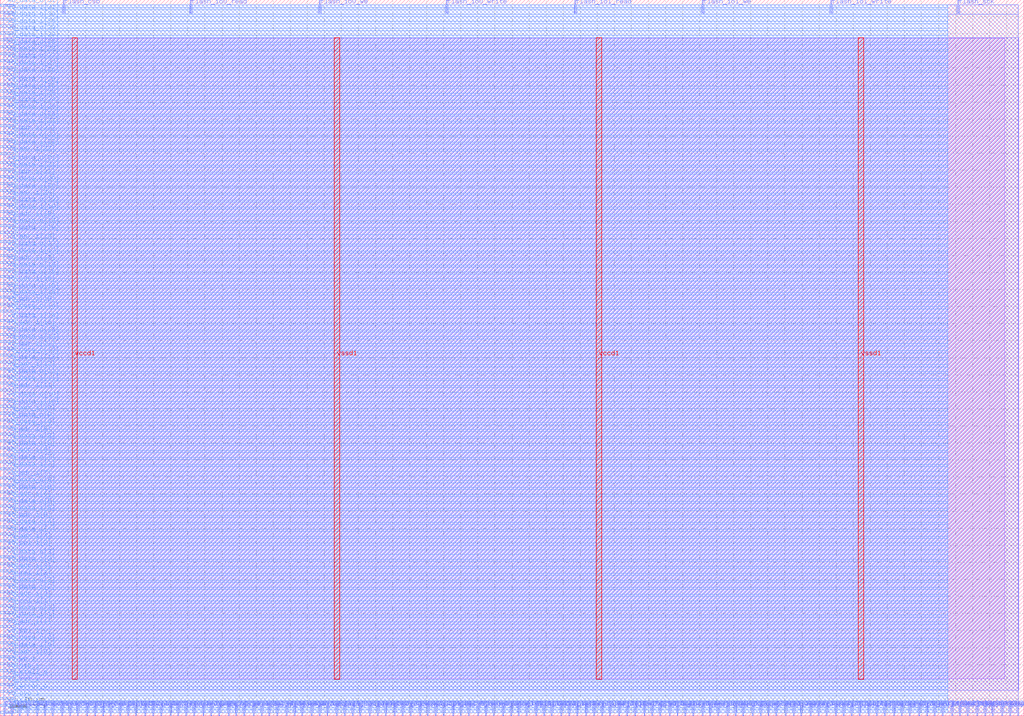
<source format=lef>
VERSION 5.7 ;
  NOWIREEXTENSIONATPIN ON ;
  DIVIDERCHAR "/" ;
  BUSBITCHARS "[]" ;
MACRO Flash
  CLASS BLOCK ;
  FOREIGN Flash ;
  ORIGIN 0.000 0.000 ;
  SIZE 300.000 BY 210.000 ;
  PIN flash_csb
    DIRECTION OUTPUT TRISTATE ;
    USE SIGNAL ;
    PORT
      LAYER met2 ;
        RECT 18.490 206.000 18.770 210.000 ;
    END
  END flash_csb
  PIN flash_io0_read
    DIRECTION INPUT ;
    USE SIGNAL ;
    PORT
      LAYER met2 ;
        RECT 55.750 206.000 56.030 210.000 ;
    END
  END flash_io0_read
  PIN flash_io0_we
    DIRECTION OUTPUT TRISTATE ;
    USE SIGNAL ;
    PORT
      LAYER met2 ;
        RECT 93.470 206.000 93.750 210.000 ;
    END
  END flash_io0_we
  PIN flash_io0_write
    DIRECTION OUTPUT TRISTATE ;
    USE SIGNAL ;
    PORT
      LAYER met2 ;
        RECT 130.730 206.000 131.010 210.000 ;
    END
  END flash_io0_write
  PIN flash_io1_read
    DIRECTION INPUT ;
    USE SIGNAL ;
    PORT
      LAYER met2 ;
        RECT 168.450 206.000 168.730 210.000 ;
    END
  END flash_io1_read
  PIN flash_io1_we
    DIRECTION OUTPUT TRISTATE ;
    USE SIGNAL ;
    PORT
      LAYER met2 ;
        RECT 205.710 206.000 205.990 210.000 ;
    END
  END flash_io1_we
  PIN flash_io1_write
    DIRECTION OUTPUT TRISTATE ;
    USE SIGNAL ;
    PORT
      LAYER met2 ;
        RECT 243.430 206.000 243.710 210.000 ;
    END
  END flash_io1_write
  PIN flash_sck
    DIRECTION OUTPUT TRISTATE ;
    USE SIGNAL ;
    PORT
      LAYER met2 ;
        RECT 280.690 206.000 280.970 210.000 ;
    END
  END flash_sck
  PIN sram_addr0[0]
    DIRECTION OUTPUT TRISTATE ;
    USE SIGNAL ;
    PORT
      LAYER met2 ;
        RECT 12.970 0.000 13.250 4.000 ;
    END
  END sram_addr0[0]
  PIN sram_addr0[1]
    DIRECTION OUTPUT TRISTATE ;
    USE SIGNAL ;
    PORT
      LAYER met2 ;
        RECT 27.690 0.000 27.970 4.000 ;
    END
  END sram_addr0[1]
  PIN sram_addr0[2]
    DIRECTION OUTPUT TRISTATE ;
    USE SIGNAL ;
    PORT
      LAYER met2 ;
        RECT 42.410 0.000 42.690 4.000 ;
    END
  END sram_addr0[2]
  PIN sram_addr0[3]
    DIRECTION OUTPUT TRISTATE ;
    USE SIGNAL ;
    PORT
      LAYER met2 ;
        RECT 56.670 0.000 56.950 4.000 ;
    END
  END sram_addr0[3]
  PIN sram_addr0[4]
    DIRECTION OUTPUT TRISTATE ;
    USE SIGNAL ;
    PORT
      LAYER met2 ;
        RECT 71.390 0.000 71.670 4.000 ;
    END
  END sram_addr0[4]
  PIN sram_addr0[5]
    DIRECTION OUTPUT TRISTATE ;
    USE SIGNAL ;
    PORT
      LAYER met2 ;
        RECT 83.810 0.000 84.090 4.000 ;
    END
  END sram_addr0[5]
  PIN sram_addr0[6]
    DIRECTION OUTPUT TRISTATE ;
    USE SIGNAL ;
    PORT
      LAYER met2 ;
        RECT 95.770 0.000 96.050 4.000 ;
    END
  END sram_addr0[6]
  PIN sram_addr0[7]
    DIRECTION OUTPUT TRISTATE ;
    USE SIGNAL ;
    PORT
      LAYER met2 ;
        RECT 108.190 0.000 108.470 4.000 ;
    END
  END sram_addr0[7]
  PIN sram_addr0[8]
    DIRECTION OUTPUT TRISTATE ;
    USE SIGNAL ;
    PORT
      LAYER met2 ;
        RECT 120.150 0.000 120.430 4.000 ;
    END
  END sram_addr0[8]
  PIN sram_addr1[0]
    DIRECTION OUTPUT TRISTATE ;
    USE SIGNAL ;
    PORT
      LAYER met2 ;
        RECT 15.270 0.000 15.550 4.000 ;
    END
  END sram_addr1[0]
  PIN sram_addr1[1]
    DIRECTION OUTPUT TRISTATE ;
    USE SIGNAL ;
    PORT
      LAYER met2 ;
        RECT 29.990 0.000 30.270 4.000 ;
    END
  END sram_addr1[1]
  PIN sram_addr1[2]
    DIRECTION OUTPUT TRISTATE ;
    USE SIGNAL ;
    PORT
      LAYER met2 ;
        RECT 44.710 0.000 44.990 4.000 ;
    END
  END sram_addr1[2]
  PIN sram_addr1[3]
    DIRECTION OUTPUT TRISTATE ;
    USE SIGNAL ;
    PORT
      LAYER met2 ;
        RECT 59.430 0.000 59.710 4.000 ;
    END
  END sram_addr1[3]
  PIN sram_addr1[4]
    DIRECTION OUTPUT TRISTATE ;
    USE SIGNAL ;
    PORT
      LAYER met2 ;
        RECT 74.150 0.000 74.430 4.000 ;
    END
  END sram_addr1[4]
  PIN sram_addr1[5]
    DIRECTION OUTPUT TRISTATE ;
    USE SIGNAL ;
    PORT
      LAYER met2 ;
        RECT 86.110 0.000 86.390 4.000 ;
    END
  END sram_addr1[5]
  PIN sram_addr1[6]
    DIRECTION OUTPUT TRISTATE ;
    USE SIGNAL ;
    PORT
      LAYER met2 ;
        RECT 98.530 0.000 98.810 4.000 ;
    END
  END sram_addr1[6]
  PIN sram_addr1[7]
    DIRECTION OUTPUT TRISTATE ;
    USE SIGNAL ;
    PORT
      LAYER met2 ;
        RECT 110.490 0.000 110.770 4.000 ;
    END
  END sram_addr1[7]
  PIN sram_addr1[8]
    DIRECTION OUTPUT TRISTATE ;
    USE SIGNAL ;
    PORT
      LAYER met2 ;
        RECT 122.910 0.000 123.190 4.000 ;
    END
  END sram_addr1[8]
  PIN sram_clk0
    DIRECTION OUTPUT TRISTATE ;
    USE SIGNAL ;
    PORT
      LAYER met2 ;
        RECT 1.010 0.000 1.290 4.000 ;
    END
  END sram_clk0
  PIN sram_clk1
    DIRECTION OUTPUT TRISTATE ;
    USE SIGNAL ;
    PORT
      LAYER met2 ;
        RECT 3.310 0.000 3.590 4.000 ;
    END
  END sram_clk1
  PIN sram_csb0
    DIRECTION OUTPUT TRISTATE ;
    USE SIGNAL ;
    PORT
      LAYER met2 ;
        RECT 5.610 0.000 5.890 4.000 ;
    END
  END sram_csb0
  PIN sram_csb1
    DIRECTION OUTPUT TRISTATE ;
    USE SIGNAL ;
    PORT
      LAYER met2 ;
        RECT 7.910 0.000 8.190 4.000 ;
    END
  END sram_csb1
  PIN sram_din0[0]
    DIRECTION OUTPUT TRISTATE ;
    USE SIGNAL ;
    PORT
      LAYER met2 ;
        RECT 18.030 0.000 18.310 4.000 ;
    END
  END sram_din0[0]
  PIN sram_din0[10]
    DIRECTION OUTPUT TRISTATE ;
    USE SIGNAL ;
    PORT
      LAYER met2 ;
        RECT 139.930 0.000 140.210 4.000 ;
    END
  END sram_din0[10]
  PIN sram_din0[11]
    DIRECTION OUTPUT TRISTATE ;
    USE SIGNAL ;
    PORT
      LAYER met2 ;
        RECT 147.290 0.000 147.570 4.000 ;
    END
  END sram_din0[11]
  PIN sram_din0[12]
    DIRECTION OUTPUT TRISTATE ;
    USE SIGNAL ;
    PORT
      LAYER met2 ;
        RECT 154.190 0.000 154.470 4.000 ;
    END
  END sram_din0[12]
  PIN sram_din0[13]
    DIRECTION OUTPUT TRISTATE ;
    USE SIGNAL ;
    PORT
      LAYER met2 ;
        RECT 161.550 0.000 161.830 4.000 ;
    END
  END sram_din0[13]
  PIN sram_din0[14]
    DIRECTION OUTPUT TRISTATE ;
    USE SIGNAL ;
    PORT
      LAYER met2 ;
        RECT 168.910 0.000 169.190 4.000 ;
    END
  END sram_din0[14]
  PIN sram_din0[15]
    DIRECTION OUTPUT TRISTATE ;
    USE SIGNAL ;
    PORT
      LAYER met2 ;
        RECT 176.270 0.000 176.550 4.000 ;
    END
  END sram_din0[15]
  PIN sram_din0[16]
    DIRECTION OUTPUT TRISTATE ;
    USE SIGNAL ;
    PORT
      LAYER met2 ;
        RECT 183.630 0.000 183.910 4.000 ;
    END
  END sram_din0[16]
  PIN sram_din0[17]
    DIRECTION OUTPUT TRISTATE ;
    USE SIGNAL ;
    PORT
      LAYER met2 ;
        RECT 190.990 0.000 191.270 4.000 ;
    END
  END sram_din0[17]
  PIN sram_din0[18]
    DIRECTION OUTPUT TRISTATE ;
    USE SIGNAL ;
    PORT
      LAYER met2 ;
        RECT 198.350 0.000 198.630 4.000 ;
    END
  END sram_din0[18]
  PIN sram_din0[19]
    DIRECTION OUTPUT TRISTATE ;
    USE SIGNAL ;
    PORT
      LAYER met2 ;
        RECT 205.710 0.000 205.990 4.000 ;
    END
  END sram_din0[19]
  PIN sram_din0[1]
    DIRECTION OUTPUT TRISTATE ;
    USE SIGNAL ;
    PORT
      LAYER met2 ;
        RECT 32.290 0.000 32.570 4.000 ;
    END
  END sram_din0[1]
  PIN sram_din0[20]
    DIRECTION OUTPUT TRISTATE ;
    USE SIGNAL ;
    PORT
      LAYER met2 ;
        RECT 213.070 0.000 213.350 4.000 ;
    END
  END sram_din0[20]
  PIN sram_din0[21]
    DIRECTION OUTPUT TRISTATE ;
    USE SIGNAL ;
    PORT
      LAYER met2 ;
        RECT 220.430 0.000 220.710 4.000 ;
    END
  END sram_din0[21]
  PIN sram_din0[22]
    DIRECTION OUTPUT TRISTATE ;
    USE SIGNAL ;
    PORT
      LAYER met2 ;
        RECT 227.330 0.000 227.610 4.000 ;
    END
  END sram_din0[22]
  PIN sram_din0[23]
    DIRECTION OUTPUT TRISTATE ;
    USE SIGNAL ;
    PORT
      LAYER met2 ;
        RECT 234.690 0.000 234.970 4.000 ;
    END
  END sram_din0[23]
  PIN sram_din0[24]
    DIRECTION OUTPUT TRISTATE ;
    USE SIGNAL ;
    PORT
      LAYER met2 ;
        RECT 242.050 0.000 242.330 4.000 ;
    END
  END sram_din0[24]
  PIN sram_din0[25]
    DIRECTION OUTPUT TRISTATE ;
    USE SIGNAL ;
    PORT
      LAYER met2 ;
        RECT 249.410 0.000 249.690 4.000 ;
    END
  END sram_din0[25]
  PIN sram_din0[26]
    DIRECTION OUTPUT TRISTATE ;
    USE SIGNAL ;
    PORT
      LAYER met2 ;
        RECT 256.770 0.000 257.050 4.000 ;
    END
  END sram_din0[26]
  PIN sram_din0[27]
    DIRECTION OUTPUT TRISTATE ;
    USE SIGNAL ;
    PORT
      LAYER met2 ;
        RECT 264.130 0.000 264.410 4.000 ;
    END
  END sram_din0[27]
  PIN sram_din0[28]
    DIRECTION OUTPUT TRISTATE ;
    USE SIGNAL ;
    PORT
      LAYER met2 ;
        RECT 271.490 0.000 271.770 4.000 ;
    END
  END sram_din0[28]
  PIN sram_din0[29]
    DIRECTION OUTPUT TRISTATE ;
    USE SIGNAL ;
    PORT
      LAYER met2 ;
        RECT 278.850 0.000 279.130 4.000 ;
    END
  END sram_din0[29]
  PIN sram_din0[2]
    DIRECTION OUTPUT TRISTATE ;
    USE SIGNAL ;
    PORT
      LAYER met2 ;
        RECT 47.010 0.000 47.290 4.000 ;
    END
  END sram_din0[2]
  PIN sram_din0[30]
    DIRECTION OUTPUT TRISTATE ;
    USE SIGNAL ;
    PORT
      LAYER met2 ;
        RECT 286.210 0.000 286.490 4.000 ;
    END
  END sram_din0[30]
  PIN sram_din0[31]
    DIRECTION OUTPUT TRISTATE ;
    USE SIGNAL ;
    PORT
      LAYER met2 ;
        RECT 293.570 0.000 293.850 4.000 ;
    END
  END sram_din0[31]
  PIN sram_din0[3]
    DIRECTION OUTPUT TRISTATE ;
    USE SIGNAL ;
    PORT
      LAYER met2 ;
        RECT 61.730 0.000 62.010 4.000 ;
    END
  END sram_din0[3]
  PIN sram_din0[4]
    DIRECTION OUTPUT TRISTATE ;
    USE SIGNAL ;
    PORT
      LAYER met2 ;
        RECT 76.450 0.000 76.730 4.000 ;
    END
  END sram_din0[4]
  PIN sram_din0[5]
    DIRECTION OUTPUT TRISTATE ;
    USE SIGNAL ;
    PORT
      LAYER met2 ;
        RECT 88.410 0.000 88.690 4.000 ;
    END
  END sram_din0[5]
  PIN sram_din0[6]
    DIRECTION OUTPUT TRISTATE ;
    USE SIGNAL ;
    PORT
      LAYER met2 ;
        RECT 100.830 0.000 101.110 4.000 ;
    END
  END sram_din0[6]
  PIN sram_din0[7]
    DIRECTION OUTPUT TRISTATE ;
    USE SIGNAL ;
    PORT
      LAYER met2 ;
        RECT 112.790 0.000 113.070 4.000 ;
    END
  END sram_din0[7]
  PIN sram_din0[8]
    DIRECTION OUTPUT TRISTATE ;
    USE SIGNAL ;
    PORT
      LAYER met2 ;
        RECT 125.210 0.000 125.490 4.000 ;
    END
  END sram_din0[8]
  PIN sram_din0[9]
    DIRECTION OUTPUT TRISTATE ;
    USE SIGNAL ;
    PORT
      LAYER met2 ;
        RECT 132.570 0.000 132.850 4.000 ;
    END
  END sram_din0[9]
  PIN sram_dout0[0]
    DIRECTION INPUT ;
    USE SIGNAL ;
    PORT
      LAYER met2 ;
        RECT 20.330 0.000 20.610 4.000 ;
    END
  END sram_dout0[0]
  PIN sram_dout0[10]
    DIRECTION INPUT ;
    USE SIGNAL ;
    PORT
      LAYER met2 ;
        RECT 142.230 0.000 142.510 4.000 ;
    END
  END sram_dout0[10]
  PIN sram_dout0[11]
    DIRECTION INPUT ;
    USE SIGNAL ;
    PORT
      LAYER met2 ;
        RECT 149.590 0.000 149.870 4.000 ;
    END
  END sram_dout0[11]
  PIN sram_dout0[12]
    DIRECTION INPUT ;
    USE SIGNAL ;
    PORT
      LAYER met2 ;
        RECT 156.950 0.000 157.230 4.000 ;
    END
  END sram_dout0[12]
  PIN sram_dout0[13]
    DIRECTION INPUT ;
    USE SIGNAL ;
    PORT
      LAYER met2 ;
        RECT 164.310 0.000 164.590 4.000 ;
    END
  END sram_dout0[13]
  PIN sram_dout0[14]
    DIRECTION INPUT ;
    USE SIGNAL ;
    PORT
      LAYER met2 ;
        RECT 171.670 0.000 171.950 4.000 ;
    END
  END sram_dout0[14]
  PIN sram_dout0[15]
    DIRECTION INPUT ;
    USE SIGNAL ;
    PORT
      LAYER met2 ;
        RECT 178.570 0.000 178.850 4.000 ;
    END
  END sram_dout0[15]
  PIN sram_dout0[16]
    DIRECTION INPUT ;
    USE SIGNAL ;
    PORT
      LAYER met2 ;
        RECT 185.930 0.000 186.210 4.000 ;
    END
  END sram_dout0[16]
  PIN sram_dout0[17]
    DIRECTION INPUT ;
    USE SIGNAL ;
    PORT
      LAYER met2 ;
        RECT 193.290 0.000 193.570 4.000 ;
    END
  END sram_dout0[17]
  PIN sram_dout0[18]
    DIRECTION INPUT ;
    USE SIGNAL ;
    PORT
      LAYER met2 ;
        RECT 200.650 0.000 200.930 4.000 ;
    END
  END sram_dout0[18]
  PIN sram_dout0[19]
    DIRECTION INPUT ;
    USE SIGNAL ;
    PORT
      LAYER met2 ;
        RECT 208.010 0.000 208.290 4.000 ;
    END
  END sram_dout0[19]
  PIN sram_dout0[1]
    DIRECTION INPUT ;
    USE SIGNAL ;
    PORT
      LAYER met2 ;
        RECT 35.050 0.000 35.330 4.000 ;
    END
  END sram_dout0[1]
  PIN sram_dout0[20]
    DIRECTION INPUT ;
    USE SIGNAL ;
    PORT
      LAYER met2 ;
        RECT 215.370 0.000 215.650 4.000 ;
    END
  END sram_dout0[20]
  PIN sram_dout0[21]
    DIRECTION INPUT ;
    USE SIGNAL ;
    PORT
      LAYER met2 ;
        RECT 222.730 0.000 223.010 4.000 ;
    END
  END sram_dout0[21]
  PIN sram_dout0[22]
    DIRECTION INPUT ;
    USE SIGNAL ;
    PORT
      LAYER met2 ;
        RECT 230.090 0.000 230.370 4.000 ;
    END
  END sram_dout0[22]
  PIN sram_dout0[23]
    DIRECTION INPUT ;
    USE SIGNAL ;
    PORT
      LAYER met2 ;
        RECT 237.450 0.000 237.730 4.000 ;
    END
  END sram_dout0[23]
  PIN sram_dout0[24]
    DIRECTION INPUT ;
    USE SIGNAL ;
    PORT
      LAYER met2 ;
        RECT 244.810 0.000 245.090 4.000 ;
    END
  END sram_dout0[24]
  PIN sram_dout0[25]
    DIRECTION INPUT ;
    USE SIGNAL ;
    PORT
      LAYER met2 ;
        RECT 251.710 0.000 251.990 4.000 ;
    END
  END sram_dout0[25]
  PIN sram_dout0[26]
    DIRECTION INPUT ;
    USE SIGNAL ;
    PORT
      LAYER met2 ;
        RECT 259.070 0.000 259.350 4.000 ;
    END
  END sram_dout0[26]
  PIN sram_dout0[27]
    DIRECTION INPUT ;
    USE SIGNAL ;
    PORT
      LAYER met2 ;
        RECT 266.430 0.000 266.710 4.000 ;
    END
  END sram_dout0[27]
  PIN sram_dout0[28]
    DIRECTION INPUT ;
    USE SIGNAL ;
    PORT
      LAYER met2 ;
        RECT 273.790 0.000 274.070 4.000 ;
    END
  END sram_dout0[28]
  PIN sram_dout0[29]
    DIRECTION INPUT ;
    USE SIGNAL ;
    PORT
      LAYER met2 ;
        RECT 281.150 0.000 281.430 4.000 ;
    END
  END sram_dout0[29]
  PIN sram_dout0[2]
    DIRECTION INPUT ;
    USE SIGNAL ;
    PORT
      LAYER met2 ;
        RECT 49.770 0.000 50.050 4.000 ;
    END
  END sram_dout0[2]
  PIN sram_dout0[30]
    DIRECTION INPUT ;
    USE SIGNAL ;
    PORT
      LAYER met2 ;
        RECT 288.510 0.000 288.790 4.000 ;
    END
  END sram_dout0[30]
  PIN sram_dout0[31]
    DIRECTION INPUT ;
    USE SIGNAL ;
    PORT
      LAYER met2 ;
        RECT 295.870 0.000 296.150 4.000 ;
    END
  END sram_dout0[31]
  PIN sram_dout0[3]
    DIRECTION INPUT ;
    USE SIGNAL ;
    PORT
      LAYER met2 ;
        RECT 64.030 0.000 64.310 4.000 ;
    END
  END sram_dout0[3]
  PIN sram_dout0[4]
    DIRECTION INPUT ;
    USE SIGNAL ;
    PORT
      LAYER met2 ;
        RECT 78.750 0.000 79.030 4.000 ;
    END
  END sram_dout0[4]
  PIN sram_dout0[5]
    DIRECTION INPUT ;
    USE SIGNAL ;
    PORT
      LAYER met2 ;
        RECT 91.170 0.000 91.450 4.000 ;
    END
  END sram_dout0[5]
  PIN sram_dout0[6]
    DIRECTION INPUT ;
    USE SIGNAL ;
    PORT
      LAYER met2 ;
        RECT 103.130 0.000 103.410 4.000 ;
    END
  END sram_dout0[6]
  PIN sram_dout0[7]
    DIRECTION INPUT ;
    USE SIGNAL ;
    PORT
      LAYER met2 ;
        RECT 115.550 0.000 115.830 4.000 ;
    END
  END sram_dout0[7]
  PIN sram_dout0[8]
    DIRECTION INPUT ;
    USE SIGNAL ;
    PORT
      LAYER met2 ;
        RECT 127.510 0.000 127.790 4.000 ;
    END
  END sram_dout0[8]
  PIN sram_dout0[9]
    DIRECTION INPUT ;
    USE SIGNAL ;
    PORT
      LAYER met2 ;
        RECT 134.870 0.000 135.150 4.000 ;
    END
  END sram_dout0[9]
  PIN sram_dout1[0]
    DIRECTION INPUT ;
    USE SIGNAL ;
    PORT
      LAYER met2 ;
        RECT 22.630 0.000 22.910 4.000 ;
    END
  END sram_dout1[0]
  PIN sram_dout1[10]
    DIRECTION INPUT ;
    USE SIGNAL ;
    PORT
      LAYER met2 ;
        RECT 144.530 0.000 144.810 4.000 ;
    END
  END sram_dout1[10]
  PIN sram_dout1[11]
    DIRECTION INPUT ;
    USE SIGNAL ;
    PORT
      LAYER met2 ;
        RECT 151.890 0.000 152.170 4.000 ;
    END
  END sram_dout1[11]
  PIN sram_dout1[12]
    DIRECTION INPUT ;
    USE SIGNAL ;
    PORT
      LAYER met2 ;
        RECT 159.250 0.000 159.530 4.000 ;
    END
  END sram_dout1[12]
  PIN sram_dout1[13]
    DIRECTION INPUT ;
    USE SIGNAL ;
    PORT
      LAYER met2 ;
        RECT 166.610 0.000 166.890 4.000 ;
    END
  END sram_dout1[13]
  PIN sram_dout1[14]
    DIRECTION INPUT ;
    USE SIGNAL ;
    PORT
      LAYER met2 ;
        RECT 173.970 0.000 174.250 4.000 ;
    END
  END sram_dout1[14]
  PIN sram_dout1[15]
    DIRECTION INPUT ;
    USE SIGNAL ;
    PORT
      LAYER met2 ;
        RECT 181.330 0.000 181.610 4.000 ;
    END
  END sram_dout1[15]
  PIN sram_dout1[16]
    DIRECTION INPUT ;
    USE SIGNAL ;
    PORT
      LAYER met2 ;
        RECT 188.690 0.000 188.970 4.000 ;
    END
  END sram_dout1[16]
  PIN sram_dout1[17]
    DIRECTION INPUT ;
    USE SIGNAL ;
    PORT
      LAYER met2 ;
        RECT 196.050 0.000 196.330 4.000 ;
    END
  END sram_dout1[17]
  PIN sram_dout1[18]
    DIRECTION INPUT ;
    USE SIGNAL ;
    PORT
      LAYER met2 ;
        RECT 202.950 0.000 203.230 4.000 ;
    END
  END sram_dout1[18]
  PIN sram_dout1[19]
    DIRECTION INPUT ;
    USE SIGNAL ;
    PORT
      LAYER met2 ;
        RECT 210.310 0.000 210.590 4.000 ;
    END
  END sram_dout1[19]
  PIN sram_dout1[1]
    DIRECTION INPUT ;
    USE SIGNAL ;
    PORT
      LAYER met2 ;
        RECT 37.350 0.000 37.630 4.000 ;
    END
  END sram_dout1[1]
  PIN sram_dout1[20]
    DIRECTION INPUT ;
    USE SIGNAL ;
    PORT
      LAYER met2 ;
        RECT 217.670 0.000 217.950 4.000 ;
    END
  END sram_dout1[20]
  PIN sram_dout1[21]
    DIRECTION INPUT ;
    USE SIGNAL ;
    PORT
      LAYER met2 ;
        RECT 225.030 0.000 225.310 4.000 ;
    END
  END sram_dout1[21]
  PIN sram_dout1[22]
    DIRECTION INPUT ;
    USE SIGNAL ;
    PORT
      LAYER met2 ;
        RECT 232.390 0.000 232.670 4.000 ;
    END
  END sram_dout1[22]
  PIN sram_dout1[23]
    DIRECTION INPUT ;
    USE SIGNAL ;
    PORT
      LAYER met2 ;
        RECT 239.750 0.000 240.030 4.000 ;
    END
  END sram_dout1[23]
  PIN sram_dout1[24]
    DIRECTION INPUT ;
    USE SIGNAL ;
    PORT
      LAYER met2 ;
        RECT 247.110 0.000 247.390 4.000 ;
    END
  END sram_dout1[24]
  PIN sram_dout1[25]
    DIRECTION INPUT ;
    USE SIGNAL ;
    PORT
      LAYER met2 ;
        RECT 254.470 0.000 254.750 4.000 ;
    END
  END sram_dout1[25]
  PIN sram_dout1[26]
    DIRECTION INPUT ;
    USE SIGNAL ;
    PORT
      LAYER met2 ;
        RECT 261.830 0.000 262.110 4.000 ;
    END
  END sram_dout1[26]
  PIN sram_dout1[27]
    DIRECTION INPUT ;
    USE SIGNAL ;
    PORT
      LAYER met2 ;
        RECT 269.190 0.000 269.470 4.000 ;
    END
  END sram_dout1[27]
  PIN sram_dout1[28]
    DIRECTION INPUT ;
    USE SIGNAL ;
    PORT
      LAYER met2 ;
        RECT 276.090 0.000 276.370 4.000 ;
    END
  END sram_dout1[28]
  PIN sram_dout1[29]
    DIRECTION INPUT ;
    USE SIGNAL ;
    PORT
      LAYER met2 ;
        RECT 283.450 0.000 283.730 4.000 ;
    END
  END sram_dout1[29]
  PIN sram_dout1[2]
    DIRECTION INPUT ;
    USE SIGNAL ;
    PORT
      LAYER met2 ;
        RECT 52.070 0.000 52.350 4.000 ;
    END
  END sram_dout1[2]
  PIN sram_dout1[30]
    DIRECTION INPUT ;
    USE SIGNAL ;
    PORT
      LAYER met2 ;
        RECT 290.810 0.000 291.090 4.000 ;
    END
  END sram_dout1[30]
  PIN sram_dout1[31]
    DIRECTION INPUT ;
    USE SIGNAL ;
    PORT
      LAYER met2 ;
        RECT 298.170 0.000 298.450 4.000 ;
    END
  END sram_dout1[31]
  PIN sram_dout1[3]
    DIRECTION INPUT ;
    USE SIGNAL ;
    PORT
      LAYER met2 ;
        RECT 66.790 0.000 67.070 4.000 ;
    END
  END sram_dout1[3]
  PIN sram_dout1[4]
    DIRECTION INPUT ;
    USE SIGNAL ;
    PORT
      LAYER met2 ;
        RECT 81.050 0.000 81.330 4.000 ;
    END
  END sram_dout1[4]
  PIN sram_dout1[5]
    DIRECTION INPUT ;
    USE SIGNAL ;
    PORT
      LAYER met2 ;
        RECT 93.470 0.000 93.750 4.000 ;
    END
  END sram_dout1[5]
  PIN sram_dout1[6]
    DIRECTION INPUT ;
    USE SIGNAL ;
    PORT
      LAYER met2 ;
        RECT 105.430 0.000 105.710 4.000 ;
    END
  END sram_dout1[6]
  PIN sram_dout1[7]
    DIRECTION INPUT ;
    USE SIGNAL ;
    PORT
      LAYER met2 ;
        RECT 117.850 0.000 118.130 4.000 ;
    END
  END sram_dout1[7]
  PIN sram_dout1[8]
    DIRECTION INPUT ;
    USE SIGNAL ;
    PORT
      LAYER met2 ;
        RECT 129.810 0.000 130.090 4.000 ;
    END
  END sram_dout1[8]
  PIN sram_dout1[9]
    DIRECTION INPUT ;
    USE SIGNAL ;
    PORT
      LAYER met2 ;
        RECT 137.170 0.000 137.450 4.000 ;
    END
  END sram_dout1[9]
  PIN sram_web0
    DIRECTION OUTPUT TRISTATE ;
    USE SIGNAL ;
    PORT
      LAYER met2 ;
        RECT 10.670 0.000 10.950 4.000 ;
    END
  END sram_web0
  PIN sram_wmask0[0]
    DIRECTION OUTPUT TRISTATE ;
    USE SIGNAL ;
    PORT
      LAYER met2 ;
        RECT 25.390 0.000 25.670 4.000 ;
    END
  END sram_wmask0[0]
  PIN sram_wmask0[1]
    DIRECTION OUTPUT TRISTATE ;
    USE SIGNAL ;
    PORT
      LAYER met2 ;
        RECT 39.650 0.000 39.930 4.000 ;
    END
  END sram_wmask0[1]
  PIN sram_wmask0[2]
    DIRECTION OUTPUT TRISTATE ;
    USE SIGNAL ;
    PORT
      LAYER met2 ;
        RECT 54.370 0.000 54.650 4.000 ;
    END
  END sram_wmask0[2]
  PIN sram_wmask0[3]
    DIRECTION OUTPUT TRISTATE ;
    USE SIGNAL ;
    PORT
      LAYER met2 ;
        RECT 69.090 0.000 69.370 4.000 ;
    END
  END sram_wmask0[3]
  PIN vccd1
    DIRECTION INPUT ;
    USE POWER ;
    PORT
      LAYER met4 ;
        RECT 21.040 10.640 22.640 198.800 ;
    END
    PORT
      LAYER met4 ;
        RECT 174.640 10.640 176.240 198.800 ;
    END
  END vccd1
  PIN vssd1
    DIRECTION INPUT ;
    USE GROUND ;
    PORT
      LAYER met4 ;
        RECT 97.840 10.640 99.440 198.800 ;
    END
    PORT
      LAYER met4 ;
        RECT 251.440 10.640 253.040 198.800 ;
    END
  END vssd1
  PIN wb_ack_o
    DIRECTION OUTPUT TRISTATE ;
    USE SIGNAL ;
    PORT
      LAYER met3 ;
        RECT 0.000 0.720 4.000 1.320 ;
    END
  END wb_ack_o
  PIN wb_adr_i[0]
    DIRECTION INPUT ;
    USE SIGNAL ;
    PORT
      LAYER met3 ;
        RECT 0.000 17.040 4.000 17.640 ;
    END
  END wb_adr_i[0]
  PIN wb_adr_i[10]
    DIRECTION INPUT ;
    USE SIGNAL ;
    PORT
      LAYER met3 ;
        RECT 0.000 88.440 4.000 89.040 ;
    END
  END wb_adr_i[10]
  PIN wb_adr_i[11]
    DIRECTION INPUT ;
    USE SIGNAL ;
    PORT
      LAYER met3 ;
        RECT 0.000 95.240 4.000 95.840 ;
    END
  END wb_adr_i[11]
  PIN wb_adr_i[12]
    DIRECTION INPUT ;
    USE SIGNAL ;
    PORT
      LAYER met3 ;
        RECT 0.000 101.360 4.000 101.960 ;
    END
  END wb_adr_i[12]
  PIN wb_adr_i[13]
    DIRECTION INPUT ;
    USE SIGNAL ;
    PORT
      LAYER met3 ;
        RECT 0.000 107.480 4.000 108.080 ;
    END
  END wb_adr_i[13]
  PIN wb_adr_i[14]
    DIRECTION INPUT ;
    USE SIGNAL ;
    PORT
      LAYER met3 ;
        RECT 0.000 113.600 4.000 114.200 ;
    END
  END wb_adr_i[14]
  PIN wb_adr_i[15]
    DIRECTION INPUT ;
    USE SIGNAL ;
    PORT
      LAYER met3 ;
        RECT 0.000 120.400 4.000 121.000 ;
    END
  END wb_adr_i[15]
  PIN wb_adr_i[16]
    DIRECTION INPUT ;
    USE SIGNAL ;
    PORT
      LAYER met3 ;
        RECT 0.000 126.520 4.000 127.120 ;
    END
  END wb_adr_i[16]
  PIN wb_adr_i[17]
    DIRECTION INPUT ;
    USE SIGNAL ;
    PORT
      LAYER met3 ;
        RECT 0.000 132.640 4.000 133.240 ;
    END
  END wb_adr_i[17]
  PIN wb_adr_i[18]
    DIRECTION INPUT ;
    USE SIGNAL ;
    PORT
      LAYER met3 ;
        RECT 0.000 138.760 4.000 139.360 ;
    END
  END wb_adr_i[18]
  PIN wb_adr_i[19]
    DIRECTION INPUT ;
    USE SIGNAL ;
    PORT
      LAYER met3 ;
        RECT 0.000 145.560 4.000 146.160 ;
    END
  END wb_adr_i[19]
  PIN wb_adr_i[1]
    DIRECTION INPUT ;
    USE SIGNAL ;
    PORT
      LAYER met3 ;
        RECT 0.000 25.880 4.000 26.480 ;
    END
  END wb_adr_i[1]
  PIN wb_adr_i[20]
    DIRECTION INPUT ;
    USE SIGNAL ;
    PORT
      LAYER met3 ;
        RECT 0.000 151.680 4.000 152.280 ;
    END
  END wb_adr_i[20]
  PIN wb_adr_i[21]
    DIRECTION INPUT ;
    USE SIGNAL ;
    PORT
      LAYER met3 ;
        RECT 0.000 157.800 4.000 158.400 ;
    END
  END wb_adr_i[21]
  PIN wb_adr_i[22]
    DIRECTION INPUT ;
    USE SIGNAL ;
    PORT
      LAYER met3 ;
        RECT 0.000 164.600 4.000 165.200 ;
    END
  END wb_adr_i[22]
  PIN wb_adr_i[23]
    DIRECTION INPUT ;
    USE SIGNAL ;
    PORT
      LAYER met3 ;
        RECT 0.000 170.720 4.000 171.320 ;
    END
  END wb_adr_i[23]
  PIN wb_adr_i[2]
    DIRECTION INPUT ;
    USE SIGNAL ;
    PORT
      LAYER met3 ;
        RECT 0.000 34.040 4.000 34.640 ;
    END
  END wb_adr_i[2]
  PIN wb_adr_i[3]
    DIRECTION INPUT ;
    USE SIGNAL ;
    PORT
      LAYER met3 ;
        RECT 0.000 42.200 4.000 42.800 ;
    END
  END wb_adr_i[3]
  PIN wb_adr_i[4]
    DIRECTION INPUT ;
    USE SIGNAL ;
    PORT
      LAYER met3 ;
        RECT 0.000 51.040 4.000 51.640 ;
    END
  END wb_adr_i[4]
  PIN wb_adr_i[5]
    DIRECTION INPUT ;
    USE SIGNAL ;
    PORT
      LAYER met3 ;
        RECT 0.000 57.160 4.000 57.760 ;
    END
  END wb_adr_i[5]
  PIN wb_adr_i[6]
    DIRECTION INPUT ;
    USE SIGNAL ;
    PORT
      LAYER met3 ;
        RECT 0.000 63.280 4.000 63.880 ;
    END
  END wb_adr_i[6]
  PIN wb_adr_i[7]
    DIRECTION INPUT ;
    USE SIGNAL ;
    PORT
      LAYER met3 ;
        RECT 0.000 69.400 4.000 70.000 ;
    END
  END wb_adr_i[7]
  PIN wb_adr_i[8]
    DIRECTION INPUT ;
    USE SIGNAL ;
    PORT
      LAYER met3 ;
        RECT 0.000 76.200 4.000 76.800 ;
    END
  END wb_adr_i[8]
  PIN wb_adr_i[9]
    DIRECTION INPUT ;
    USE SIGNAL ;
    PORT
      LAYER met3 ;
        RECT 0.000 82.320 4.000 82.920 ;
    END
  END wb_adr_i[9]
  PIN wb_clk_i
    DIRECTION INPUT ;
    USE SIGNAL ;
    PORT
      LAYER met3 ;
        RECT 0.000 2.760 4.000 3.360 ;
    END
  END wb_clk_i
  PIN wb_cyc_i
    DIRECTION INPUT ;
    USE SIGNAL ;
    PORT
      LAYER met3 ;
        RECT 0.000 4.800 4.000 5.400 ;
    END
  END wb_cyc_i
  PIN wb_data_i[0]
    DIRECTION INPUT ;
    USE SIGNAL ;
    PORT
      LAYER met3 ;
        RECT 0.000 19.080 4.000 19.680 ;
    END
  END wb_data_i[0]
  PIN wb_data_i[10]
    DIRECTION INPUT ;
    USE SIGNAL ;
    PORT
      LAYER met3 ;
        RECT 0.000 90.480 4.000 91.080 ;
    END
  END wb_data_i[10]
  PIN wb_data_i[11]
    DIRECTION INPUT ;
    USE SIGNAL ;
    PORT
      LAYER met3 ;
        RECT 0.000 97.280 4.000 97.880 ;
    END
  END wb_data_i[11]
  PIN wb_data_i[12]
    DIRECTION INPUT ;
    USE SIGNAL ;
    PORT
      LAYER met3 ;
        RECT 0.000 103.400 4.000 104.000 ;
    END
  END wb_data_i[12]
  PIN wb_data_i[13]
    DIRECTION INPUT ;
    USE SIGNAL ;
    PORT
      LAYER met3 ;
        RECT 0.000 109.520 4.000 110.120 ;
    END
  END wb_data_i[13]
  PIN wb_data_i[14]
    DIRECTION INPUT ;
    USE SIGNAL ;
    PORT
      LAYER met3 ;
        RECT 0.000 115.640 4.000 116.240 ;
    END
  END wb_data_i[14]
  PIN wb_data_i[15]
    DIRECTION INPUT ;
    USE SIGNAL ;
    PORT
      LAYER met3 ;
        RECT 0.000 122.440 4.000 123.040 ;
    END
  END wb_data_i[15]
  PIN wb_data_i[16]
    DIRECTION INPUT ;
    USE SIGNAL ;
    PORT
      LAYER met3 ;
        RECT 0.000 128.560 4.000 129.160 ;
    END
  END wb_data_i[16]
  PIN wb_data_i[17]
    DIRECTION INPUT ;
    USE SIGNAL ;
    PORT
      LAYER met3 ;
        RECT 0.000 134.680 4.000 135.280 ;
    END
  END wb_data_i[17]
  PIN wb_data_i[18]
    DIRECTION INPUT ;
    USE SIGNAL ;
    PORT
      LAYER met3 ;
        RECT 0.000 141.480 4.000 142.080 ;
    END
  END wb_data_i[18]
  PIN wb_data_i[19]
    DIRECTION INPUT ;
    USE SIGNAL ;
    PORT
      LAYER met3 ;
        RECT 0.000 147.600 4.000 148.200 ;
    END
  END wb_data_i[19]
  PIN wb_data_i[1]
    DIRECTION INPUT ;
    USE SIGNAL ;
    PORT
      LAYER met3 ;
        RECT 0.000 27.920 4.000 28.520 ;
    END
  END wb_data_i[1]
  PIN wb_data_i[20]
    DIRECTION INPUT ;
    USE SIGNAL ;
    PORT
      LAYER met3 ;
        RECT 0.000 153.720 4.000 154.320 ;
    END
  END wb_data_i[20]
  PIN wb_data_i[21]
    DIRECTION INPUT ;
    USE SIGNAL ;
    PORT
      LAYER met3 ;
        RECT 0.000 159.840 4.000 160.440 ;
    END
  END wb_data_i[21]
  PIN wb_data_i[22]
    DIRECTION INPUT ;
    USE SIGNAL ;
    PORT
      LAYER met3 ;
        RECT 0.000 166.640 4.000 167.240 ;
    END
  END wb_data_i[22]
  PIN wb_data_i[23]
    DIRECTION INPUT ;
    USE SIGNAL ;
    PORT
      LAYER met3 ;
        RECT 0.000 172.760 4.000 173.360 ;
    END
  END wb_data_i[23]
  PIN wb_data_i[24]
    DIRECTION INPUT ;
    USE SIGNAL ;
    PORT
      LAYER met3 ;
        RECT 0.000 176.840 4.000 177.440 ;
    END
  END wb_data_i[24]
  PIN wb_data_i[25]
    DIRECTION INPUT ;
    USE SIGNAL ;
    PORT
      LAYER met3 ;
        RECT 0.000 180.920 4.000 181.520 ;
    END
  END wb_data_i[25]
  PIN wb_data_i[26]
    DIRECTION INPUT ;
    USE SIGNAL ;
    PORT
      LAYER met3 ;
        RECT 0.000 185.000 4.000 185.600 ;
    END
  END wb_data_i[26]
  PIN wb_data_i[27]
    DIRECTION INPUT ;
    USE SIGNAL ;
    PORT
      LAYER met3 ;
        RECT 0.000 189.760 4.000 190.360 ;
    END
  END wb_data_i[27]
  PIN wb_data_i[28]
    DIRECTION INPUT ;
    USE SIGNAL ;
    PORT
      LAYER met3 ;
        RECT 0.000 193.840 4.000 194.440 ;
    END
  END wb_data_i[28]
  PIN wb_data_i[29]
    DIRECTION INPUT ;
    USE SIGNAL ;
    PORT
      LAYER met3 ;
        RECT 0.000 197.920 4.000 198.520 ;
    END
  END wb_data_i[29]
  PIN wb_data_i[2]
    DIRECTION INPUT ;
    USE SIGNAL ;
    PORT
      LAYER met3 ;
        RECT 0.000 36.080 4.000 36.680 ;
    END
  END wb_data_i[2]
  PIN wb_data_i[30]
    DIRECTION INPUT ;
    USE SIGNAL ;
    PORT
      LAYER met3 ;
        RECT 0.000 202.000 4.000 202.600 ;
    END
  END wb_data_i[30]
  PIN wb_data_i[31]
    DIRECTION INPUT ;
    USE SIGNAL ;
    PORT
      LAYER met3 ;
        RECT 0.000 206.080 4.000 206.680 ;
    END
  END wb_data_i[31]
  PIN wb_data_i[3]
    DIRECTION INPUT ;
    USE SIGNAL ;
    PORT
      LAYER met3 ;
        RECT 0.000 44.240 4.000 44.840 ;
    END
  END wb_data_i[3]
  PIN wb_data_i[4]
    DIRECTION INPUT ;
    USE SIGNAL ;
    PORT
      LAYER met3 ;
        RECT 0.000 53.080 4.000 53.680 ;
    END
  END wb_data_i[4]
  PIN wb_data_i[5]
    DIRECTION INPUT ;
    USE SIGNAL ;
    PORT
      LAYER met3 ;
        RECT 0.000 59.200 4.000 59.800 ;
    END
  END wb_data_i[5]
  PIN wb_data_i[6]
    DIRECTION INPUT ;
    USE SIGNAL ;
    PORT
      LAYER met3 ;
        RECT 0.000 65.320 4.000 65.920 ;
    END
  END wb_data_i[6]
  PIN wb_data_i[7]
    DIRECTION INPUT ;
    USE SIGNAL ;
    PORT
      LAYER met3 ;
        RECT 0.000 72.120 4.000 72.720 ;
    END
  END wb_data_i[7]
  PIN wb_data_i[8]
    DIRECTION INPUT ;
    USE SIGNAL ;
    PORT
      LAYER met3 ;
        RECT 0.000 78.240 4.000 78.840 ;
    END
  END wb_data_i[8]
  PIN wb_data_i[9]
    DIRECTION INPUT ;
    USE SIGNAL ;
    PORT
      LAYER met3 ;
        RECT 0.000 84.360 4.000 84.960 ;
    END
  END wb_data_i[9]
  PIN wb_data_o[0]
    DIRECTION OUTPUT TRISTATE ;
    USE SIGNAL ;
    PORT
      LAYER met3 ;
        RECT 0.000 21.120 4.000 21.720 ;
    END
  END wb_data_o[0]
  PIN wb_data_o[10]
    DIRECTION OUTPUT TRISTATE ;
    USE SIGNAL ;
    PORT
      LAYER met3 ;
        RECT 0.000 92.520 4.000 93.120 ;
    END
  END wb_data_o[10]
  PIN wb_data_o[11]
    DIRECTION OUTPUT TRISTATE ;
    USE SIGNAL ;
    PORT
      LAYER met3 ;
        RECT 0.000 99.320 4.000 99.920 ;
    END
  END wb_data_o[11]
  PIN wb_data_o[12]
    DIRECTION OUTPUT TRISTATE ;
    USE SIGNAL ;
    PORT
      LAYER met3 ;
        RECT 0.000 105.440 4.000 106.040 ;
    END
  END wb_data_o[12]
  PIN wb_data_o[13]
    DIRECTION OUTPUT TRISTATE ;
    USE SIGNAL ;
    PORT
      LAYER met3 ;
        RECT 0.000 111.560 4.000 112.160 ;
    END
  END wb_data_o[13]
  PIN wb_data_o[14]
    DIRECTION OUTPUT TRISTATE ;
    USE SIGNAL ;
    PORT
      LAYER met3 ;
        RECT 0.000 118.360 4.000 118.960 ;
    END
  END wb_data_o[14]
  PIN wb_data_o[15]
    DIRECTION OUTPUT TRISTATE ;
    USE SIGNAL ;
    PORT
      LAYER met3 ;
        RECT 0.000 124.480 4.000 125.080 ;
    END
  END wb_data_o[15]
  PIN wb_data_o[16]
    DIRECTION OUTPUT TRISTATE ;
    USE SIGNAL ;
    PORT
      LAYER met3 ;
        RECT 0.000 130.600 4.000 131.200 ;
    END
  END wb_data_o[16]
  PIN wb_data_o[17]
    DIRECTION OUTPUT TRISTATE ;
    USE SIGNAL ;
    PORT
      LAYER met3 ;
        RECT 0.000 136.720 4.000 137.320 ;
    END
  END wb_data_o[17]
  PIN wb_data_o[18]
    DIRECTION OUTPUT TRISTATE ;
    USE SIGNAL ;
    PORT
      LAYER met3 ;
        RECT 0.000 143.520 4.000 144.120 ;
    END
  END wb_data_o[18]
  PIN wb_data_o[19]
    DIRECTION OUTPUT TRISTATE ;
    USE SIGNAL ;
    PORT
      LAYER met3 ;
        RECT 0.000 149.640 4.000 150.240 ;
    END
  END wb_data_o[19]
  PIN wb_data_o[1]
    DIRECTION OUTPUT TRISTATE ;
    USE SIGNAL ;
    PORT
      LAYER met3 ;
        RECT 0.000 29.960 4.000 30.560 ;
    END
  END wb_data_o[1]
  PIN wb_data_o[20]
    DIRECTION OUTPUT TRISTATE ;
    USE SIGNAL ;
    PORT
      LAYER met3 ;
        RECT 0.000 155.760 4.000 156.360 ;
    END
  END wb_data_o[20]
  PIN wb_data_o[21]
    DIRECTION OUTPUT TRISTATE ;
    USE SIGNAL ;
    PORT
      LAYER met3 ;
        RECT 0.000 161.880 4.000 162.480 ;
    END
  END wb_data_o[21]
  PIN wb_data_o[22]
    DIRECTION OUTPUT TRISTATE ;
    USE SIGNAL ;
    PORT
      LAYER met3 ;
        RECT 0.000 168.680 4.000 169.280 ;
    END
  END wb_data_o[22]
  PIN wb_data_o[23]
    DIRECTION OUTPUT TRISTATE ;
    USE SIGNAL ;
    PORT
      LAYER met3 ;
        RECT 0.000 174.800 4.000 175.400 ;
    END
  END wb_data_o[23]
  PIN wb_data_o[24]
    DIRECTION OUTPUT TRISTATE ;
    USE SIGNAL ;
    PORT
      LAYER met3 ;
        RECT 0.000 178.880 4.000 179.480 ;
    END
  END wb_data_o[24]
  PIN wb_data_o[25]
    DIRECTION OUTPUT TRISTATE ;
    USE SIGNAL ;
    PORT
      LAYER met3 ;
        RECT 0.000 182.960 4.000 183.560 ;
    END
  END wb_data_o[25]
  PIN wb_data_o[26]
    DIRECTION OUTPUT TRISTATE ;
    USE SIGNAL ;
    PORT
      LAYER met3 ;
        RECT 0.000 187.720 4.000 188.320 ;
    END
  END wb_data_o[26]
  PIN wb_data_o[27]
    DIRECTION OUTPUT TRISTATE ;
    USE SIGNAL ;
    PORT
      LAYER met3 ;
        RECT 0.000 191.800 4.000 192.400 ;
    END
  END wb_data_o[27]
  PIN wb_data_o[28]
    DIRECTION OUTPUT TRISTATE ;
    USE SIGNAL ;
    PORT
      LAYER met3 ;
        RECT 0.000 195.880 4.000 196.480 ;
    END
  END wb_data_o[28]
  PIN wb_data_o[29]
    DIRECTION OUTPUT TRISTATE ;
    USE SIGNAL ;
    PORT
      LAYER met3 ;
        RECT 0.000 199.960 4.000 200.560 ;
    END
  END wb_data_o[29]
  PIN wb_data_o[2]
    DIRECTION OUTPUT TRISTATE ;
    USE SIGNAL ;
    PORT
      LAYER met3 ;
        RECT 0.000 38.120 4.000 38.720 ;
    END
  END wb_data_o[2]
  PIN wb_data_o[30]
    DIRECTION OUTPUT TRISTATE ;
    USE SIGNAL ;
    PORT
      LAYER met3 ;
        RECT 0.000 204.040 4.000 204.640 ;
    END
  END wb_data_o[30]
  PIN wb_data_o[31]
    DIRECTION OUTPUT TRISTATE ;
    USE SIGNAL ;
    PORT
      LAYER met3 ;
        RECT 0.000 208.120 4.000 208.720 ;
    END
  END wb_data_o[31]
  PIN wb_data_o[3]
    DIRECTION OUTPUT TRISTATE ;
    USE SIGNAL ;
    PORT
      LAYER met3 ;
        RECT 0.000 46.280 4.000 46.880 ;
    END
  END wb_data_o[3]
  PIN wb_data_o[4]
    DIRECTION OUTPUT TRISTATE ;
    USE SIGNAL ;
    PORT
      LAYER met3 ;
        RECT 0.000 55.120 4.000 55.720 ;
    END
  END wb_data_o[4]
  PIN wb_data_o[5]
    DIRECTION OUTPUT TRISTATE ;
    USE SIGNAL ;
    PORT
      LAYER met3 ;
        RECT 0.000 61.240 4.000 61.840 ;
    END
  END wb_data_o[5]
  PIN wb_data_o[6]
    DIRECTION OUTPUT TRISTATE ;
    USE SIGNAL ;
    PORT
      LAYER met3 ;
        RECT 0.000 67.360 4.000 67.960 ;
    END
  END wb_data_o[6]
  PIN wb_data_o[7]
    DIRECTION OUTPUT TRISTATE ;
    USE SIGNAL ;
    PORT
      LAYER met3 ;
        RECT 0.000 74.160 4.000 74.760 ;
    END
  END wb_data_o[7]
  PIN wb_data_o[8]
    DIRECTION OUTPUT TRISTATE ;
    USE SIGNAL ;
    PORT
      LAYER met3 ;
        RECT 0.000 80.280 4.000 80.880 ;
    END
  END wb_data_o[8]
  PIN wb_data_o[9]
    DIRECTION OUTPUT TRISTATE ;
    USE SIGNAL ;
    PORT
      LAYER met3 ;
        RECT 0.000 86.400 4.000 87.000 ;
    END
  END wb_data_o[9]
  PIN wb_error_o
    DIRECTION OUTPUT TRISTATE ;
    USE SIGNAL ;
    PORT
      LAYER met3 ;
        RECT 0.000 6.840 4.000 7.440 ;
    END
  END wb_error_o
  PIN wb_rst_i
    DIRECTION INPUT ;
    USE SIGNAL ;
    PORT
      LAYER met3 ;
        RECT 0.000 8.880 4.000 9.480 ;
    END
  END wb_rst_i
  PIN wb_sel_i[0]
    DIRECTION INPUT ;
    USE SIGNAL ;
    PORT
      LAYER met3 ;
        RECT 0.000 23.160 4.000 23.760 ;
    END
  END wb_sel_i[0]
  PIN wb_sel_i[1]
    DIRECTION INPUT ;
    USE SIGNAL ;
    PORT
      LAYER met3 ;
        RECT 0.000 32.000 4.000 32.600 ;
    END
  END wb_sel_i[1]
  PIN wb_sel_i[2]
    DIRECTION INPUT ;
    USE SIGNAL ;
    PORT
      LAYER met3 ;
        RECT 0.000 40.160 4.000 40.760 ;
    END
  END wb_sel_i[2]
  PIN wb_sel_i[3]
    DIRECTION INPUT ;
    USE SIGNAL ;
    PORT
      LAYER met3 ;
        RECT 0.000 49.000 4.000 49.600 ;
    END
  END wb_sel_i[3]
  PIN wb_stall_o
    DIRECTION OUTPUT TRISTATE ;
    USE SIGNAL ;
    PORT
      LAYER met3 ;
        RECT 0.000 10.920 4.000 11.520 ;
    END
  END wb_stall_o
  PIN wb_stb_i
    DIRECTION INPUT ;
    USE SIGNAL ;
    PORT
      LAYER met3 ;
        RECT 0.000 12.960 4.000 13.560 ;
    END
  END wb_stb_i
  PIN wb_we_i
    DIRECTION INPUT ;
    USE SIGNAL ;
    PORT
      LAYER met3 ;
        RECT 0.000 15.000 4.000 15.600 ;
    END
  END wb_we_i
  OBS
      LAYER li1 ;
        RECT 5.520 10.795 294.400 198.645 ;
      LAYER met1 ;
        RECT 0.990 7.520 298.470 198.800 ;
      LAYER met2 ;
        RECT 1.020 205.720 18.210 208.605 ;
        RECT 19.050 205.720 55.470 208.605 ;
        RECT 56.310 205.720 93.190 208.605 ;
        RECT 94.030 205.720 130.450 208.605 ;
        RECT 131.290 205.720 168.170 208.605 ;
        RECT 169.010 205.720 205.430 208.605 ;
        RECT 206.270 205.720 243.150 208.605 ;
        RECT 243.990 205.720 280.410 208.605 ;
        RECT 281.250 205.720 298.440 208.605 ;
        RECT 1.020 4.280 298.440 205.720 ;
        RECT 1.570 0.835 3.030 4.280 ;
        RECT 3.870 0.835 5.330 4.280 ;
        RECT 6.170 0.835 7.630 4.280 ;
        RECT 8.470 0.835 10.390 4.280 ;
        RECT 11.230 0.835 12.690 4.280 ;
        RECT 13.530 0.835 14.990 4.280 ;
        RECT 15.830 0.835 17.750 4.280 ;
        RECT 18.590 0.835 20.050 4.280 ;
        RECT 20.890 0.835 22.350 4.280 ;
        RECT 23.190 0.835 25.110 4.280 ;
        RECT 25.950 0.835 27.410 4.280 ;
        RECT 28.250 0.835 29.710 4.280 ;
        RECT 30.550 0.835 32.010 4.280 ;
        RECT 32.850 0.835 34.770 4.280 ;
        RECT 35.610 0.835 37.070 4.280 ;
        RECT 37.910 0.835 39.370 4.280 ;
        RECT 40.210 0.835 42.130 4.280 ;
        RECT 42.970 0.835 44.430 4.280 ;
        RECT 45.270 0.835 46.730 4.280 ;
        RECT 47.570 0.835 49.490 4.280 ;
        RECT 50.330 0.835 51.790 4.280 ;
        RECT 52.630 0.835 54.090 4.280 ;
        RECT 54.930 0.835 56.390 4.280 ;
        RECT 57.230 0.835 59.150 4.280 ;
        RECT 59.990 0.835 61.450 4.280 ;
        RECT 62.290 0.835 63.750 4.280 ;
        RECT 64.590 0.835 66.510 4.280 ;
        RECT 67.350 0.835 68.810 4.280 ;
        RECT 69.650 0.835 71.110 4.280 ;
        RECT 71.950 0.835 73.870 4.280 ;
        RECT 74.710 0.835 76.170 4.280 ;
        RECT 77.010 0.835 78.470 4.280 ;
        RECT 79.310 0.835 80.770 4.280 ;
        RECT 81.610 0.835 83.530 4.280 ;
        RECT 84.370 0.835 85.830 4.280 ;
        RECT 86.670 0.835 88.130 4.280 ;
        RECT 88.970 0.835 90.890 4.280 ;
        RECT 91.730 0.835 93.190 4.280 ;
        RECT 94.030 0.835 95.490 4.280 ;
        RECT 96.330 0.835 98.250 4.280 ;
        RECT 99.090 0.835 100.550 4.280 ;
        RECT 101.390 0.835 102.850 4.280 ;
        RECT 103.690 0.835 105.150 4.280 ;
        RECT 105.990 0.835 107.910 4.280 ;
        RECT 108.750 0.835 110.210 4.280 ;
        RECT 111.050 0.835 112.510 4.280 ;
        RECT 113.350 0.835 115.270 4.280 ;
        RECT 116.110 0.835 117.570 4.280 ;
        RECT 118.410 0.835 119.870 4.280 ;
        RECT 120.710 0.835 122.630 4.280 ;
        RECT 123.470 0.835 124.930 4.280 ;
        RECT 125.770 0.835 127.230 4.280 ;
        RECT 128.070 0.835 129.530 4.280 ;
        RECT 130.370 0.835 132.290 4.280 ;
        RECT 133.130 0.835 134.590 4.280 ;
        RECT 135.430 0.835 136.890 4.280 ;
        RECT 137.730 0.835 139.650 4.280 ;
        RECT 140.490 0.835 141.950 4.280 ;
        RECT 142.790 0.835 144.250 4.280 ;
        RECT 145.090 0.835 147.010 4.280 ;
        RECT 147.850 0.835 149.310 4.280 ;
        RECT 150.150 0.835 151.610 4.280 ;
        RECT 152.450 0.835 153.910 4.280 ;
        RECT 154.750 0.835 156.670 4.280 ;
        RECT 157.510 0.835 158.970 4.280 ;
        RECT 159.810 0.835 161.270 4.280 ;
        RECT 162.110 0.835 164.030 4.280 ;
        RECT 164.870 0.835 166.330 4.280 ;
        RECT 167.170 0.835 168.630 4.280 ;
        RECT 169.470 0.835 171.390 4.280 ;
        RECT 172.230 0.835 173.690 4.280 ;
        RECT 174.530 0.835 175.990 4.280 ;
        RECT 176.830 0.835 178.290 4.280 ;
        RECT 179.130 0.835 181.050 4.280 ;
        RECT 181.890 0.835 183.350 4.280 ;
        RECT 184.190 0.835 185.650 4.280 ;
        RECT 186.490 0.835 188.410 4.280 ;
        RECT 189.250 0.835 190.710 4.280 ;
        RECT 191.550 0.835 193.010 4.280 ;
        RECT 193.850 0.835 195.770 4.280 ;
        RECT 196.610 0.835 198.070 4.280 ;
        RECT 198.910 0.835 200.370 4.280 ;
        RECT 201.210 0.835 202.670 4.280 ;
        RECT 203.510 0.835 205.430 4.280 ;
        RECT 206.270 0.835 207.730 4.280 ;
        RECT 208.570 0.835 210.030 4.280 ;
        RECT 210.870 0.835 212.790 4.280 ;
        RECT 213.630 0.835 215.090 4.280 ;
        RECT 215.930 0.835 217.390 4.280 ;
        RECT 218.230 0.835 220.150 4.280 ;
        RECT 220.990 0.835 222.450 4.280 ;
        RECT 223.290 0.835 224.750 4.280 ;
        RECT 225.590 0.835 227.050 4.280 ;
        RECT 227.890 0.835 229.810 4.280 ;
        RECT 230.650 0.835 232.110 4.280 ;
        RECT 232.950 0.835 234.410 4.280 ;
        RECT 235.250 0.835 237.170 4.280 ;
        RECT 238.010 0.835 239.470 4.280 ;
        RECT 240.310 0.835 241.770 4.280 ;
        RECT 242.610 0.835 244.530 4.280 ;
        RECT 245.370 0.835 246.830 4.280 ;
        RECT 247.670 0.835 249.130 4.280 ;
        RECT 249.970 0.835 251.430 4.280 ;
        RECT 252.270 0.835 254.190 4.280 ;
        RECT 255.030 0.835 256.490 4.280 ;
        RECT 257.330 0.835 258.790 4.280 ;
        RECT 259.630 0.835 261.550 4.280 ;
        RECT 262.390 0.835 263.850 4.280 ;
        RECT 264.690 0.835 266.150 4.280 ;
        RECT 266.990 0.835 268.910 4.280 ;
        RECT 269.750 0.835 271.210 4.280 ;
        RECT 272.050 0.835 273.510 4.280 ;
        RECT 274.350 0.835 275.810 4.280 ;
        RECT 276.650 0.835 278.570 4.280 ;
        RECT 279.410 0.835 280.870 4.280 ;
        RECT 281.710 0.835 283.170 4.280 ;
        RECT 284.010 0.835 285.930 4.280 ;
        RECT 286.770 0.835 288.230 4.280 ;
        RECT 289.070 0.835 290.530 4.280 ;
        RECT 291.370 0.835 293.290 4.280 ;
        RECT 294.130 0.835 295.590 4.280 ;
        RECT 296.430 0.835 297.890 4.280 ;
      LAYER met3 ;
        RECT 4.400 207.720 277.775 208.585 ;
        RECT 4.000 207.080 277.775 207.720 ;
        RECT 4.400 205.680 277.775 207.080 ;
        RECT 4.000 205.040 277.775 205.680 ;
        RECT 4.400 203.640 277.775 205.040 ;
        RECT 4.000 203.000 277.775 203.640 ;
        RECT 4.400 201.600 277.775 203.000 ;
        RECT 4.000 200.960 277.775 201.600 ;
        RECT 4.400 199.560 277.775 200.960 ;
        RECT 4.000 198.920 277.775 199.560 ;
        RECT 4.400 197.520 277.775 198.920 ;
        RECT 4.000 196.880 277.775 197.520 ;
        RECT 4.400 195.480 277.775 196.880 ;
        RECT 4.000 194.840 277.775 195.480 ;
        RECT 4.400 193.440 277.775 194.840 ;
        RECT 4.000 192.800 277.775 193.440 ;
        RECT 4.400 191.400 277.775 192.800 ;
        RECT 4.000 190.760 277.775 191.400 ;
        RECT 4.400 189.360 277.775 190.760 ;
        RECT 4.000 188.720 277.775 189.360 ;
        RECT 4.400 187.320 277.775 188.720 ;
        RECT 4.000 186.000 277.775 187.320 ;
        RECT 4.400 184.600 277.775 186.000 ;
        RECT 4.000 183.960 277.775 184.600 ;
        RECT 4.400 182.560 277.775 183.960 ;
        RECT 4.000 181.920 277.775 182.560 ;
        RECT 4.400 180.520 277.775 181.920 ;
        RECT 4.000 179.880 277.775 180.520 ;
        RECT 4.400 178.480 277.775 179.880 ;
        RECT 4.000 177.840 277.775 178.480 ;
        RECT 4.400 176.440 277.775 177.840 ;
        RECT 4.000 175.800 277.775 176.440 ;
        RECT 4.400 174.400 277.775 175.800 ;
        RECT 4.000 173.760 277.775 174.400 ;
        RECT 4.400 172.360 277.775 173.760 ;
        RECT 4.000 171.720 277.775 172.360 ;
        RECT 4.400 170.320 277.775 171.720 ;
        RECT 4.000 169.680 277.775 170.320 ;
        RECT 4.400 168.280 277.775 169.680 ;
        RECT 4.000 167.640 277.775 168.280 ;
        RECT 4.400 166.240 277.775 167.640 ;
        RECT 4.000 165.600 277.775 166.240 ;
        RECT 4.400 164.200 277.775 165.600 ;
        RECT 4.000 162.880 277.775 164.200 ;
        RECT 4.400 161.480 277.775 162.880 ;
        RECT 4.000 160.840 277.775 161.480 ;
        RECT 4.400 159.440 277.775 160.840 ;
        RECT 4.000 158.800 277.775 159.440 ;
        RECT 4.400 157.400 277.775 158.800 ;
        RECT 4.000 156.760 277.775 157.400 ;
        RECT 4.400 155.360 277.775 156.760 ;
        RECT 4.000 154.720 277.775 155.360 ;
        RECT 4.400 153.320 277.775 154.720 ;
        RECT 4.000 152.680 277.775 153.320 ;
        RECT 4.400 151.280 277.775 152.680 ;
        RECT 4.000 150.640 277.775 151.280 ;
        RECT 4.400 149.240 277.775 150.640 ;
        RECT 4.000 148.600 277.775 149.240 ;
        RECT 4.400 147.200 277.775 148.600 ;
        RECT 4.000 146.560 277.775 147.200 ;
        RECT 4.400 145.160 277.775 146.560 ;
        RECT 4.000 144.520 277.775 145.160 ;
        RECT 4.400 143.120 277.775 144.520 ;
        RECT 4.000 142.480 277.775 143.120 ;
        RECT 4.400 141.080 277.775 142.480 ;
        RECT 4.000 139.760 277.775 141.080 ;
        RECT 4.400 138.360 277.775 139.760 ;
        RECT 4.000 137.720 277.775 138.360 ;
        RECT 4.400 136.320 277.775 137.720 ;
        RECT 4.000 135.680 277.775 136.320 ;
        RECT 4.400 134.280 277.775 135.680 ;
        RECT 4.000 133.640 277.775 134.280 ;
        RECT 4.400 132.240 277.775 133.640 ;
        RECT 4.000 131.600 277.775 132.240 ;
        RECT 4.400 130.200 277.775 131.600 ;
        RECT 4.000 129.560 277.775 130.200 ;
        RECT 4.400 128.160 277.775 129.560 ;
        RECT 4.000 127.520 277.775 128.160 ;
        RECT 4.400 126.120 277.775 127.520 ;
        RECT 4.000 125.480 277.775 126.120 ;
        RECT 4.400 124.080 277.775 125.480 ;
        RECT 4.000 123.440 277.775 124.080 ;
        RECT 4.400 122.040 277.775 123.440 ;
        RECT 4.000 121.400 277.775 122.040 ;
        RECT 4.400 120.000 277.775 121.400 ;
        RECT 4.000 119.360 277.775 120.000 ;
        RECT 4.400 117.960 277.775 119.360 ;
        RECT 4.000 116.640 277.775 117.960 ;
        RECT 4.400 115.240 277.775 116.640 ;
        RECT 4.000 114.600 277.775 115.240 ;
        RECT 4.400 113.200 277.775 114.600 ;
        RECT 4.000 112.560 277.775 113.200 ;
        RECT 4.400 111.160 277.775 112.560 ;
        RECT 4.000 110.520 277.775 111.160 ;
        RECT 4.400 109.120 277.775 110.520 ;
        RECT 4.000 108.480 277.775 109.120 ;
        RECT 4.400 107.080 277.775 108.480 ;
        RECT 4.000 106.440 277.775 107.080 ;
        RECT 4.400 105.040 277.775 106.440 ;
        RECT 4.000 104.400 277.775 105.040 ;
        RECT 4.400 103.000 277.775 104.400 ;
        RECT 4.000 102.360 277.775 103.000 ;
        RECT 4.400 100.960 277.775 102.360 ;
        RECT 4.000 100.320 277.775 100.960 ;
        RECT 4.400 98.920 277.775 100.320 ;
        RECT 4.000 98.280 277.775 98.920 ;
        RECT 4.400 96.880 277.775 98.280 ;
        RECT 4.000 96.240 277.775 96.880 ;
        RECT 4.400 94.840 277.775 96.240 ;
        RECT 4.000 93.520 277.775 94.840 ;
        RECT 4.400 92.120 277.775 93.520 ;
        RECT 4.000 91.480 277.775 92.120 ;
        RECT 4.400 90.080 277.775 91.480 ;
        RECT 4.000 89.440 277.775 90.080 ;
        RECT 4.400 88.040 277.775 89.440 ;
        RECT 4.000 87.400 277.775 88.040 ;
        RECT 4.400 86.000 277.775 87.400 ;
        RECT 4.000 85.360 277.775 86.000 ;
        RECT 4.400 83.960 277.775 85.360 ;
        RECT 4.000 83.320 277.775 83.960 ;
        RECT 4.400 81.920 277.775 83.320 ;
        RECT 4.000 81.280 277.775 81.920 ;
        RECT 4.400 79.880 277.775 81.280 ;
        RECT 4.000 79.240 277.775 79.880 ;
        RECT 4.400 77.840 277.775 79.240 ;
        RECT 4.000 77.200 277.775 77.840 ;
        RECT 4.400 75.800 277.775 77.200 ;
        RECT 4.000 75.160 277.775 75.800 ;
        RECT 4.400 73.760 277.775 75.160 ;
        RECT 4.000 73.120 277.775 73.760 ;
        RECT 4.400 71.720 277.775 73.120 ;
        RECT 4.000 70.400 277.775 71.720 ;
        RECT 4.400 69.000 277.775 70.400 ;
        RECT 4.000 68.360 277.775 69.000 ;
        RECT 4.400 66.960 277.775 68.360 ;
        RECT 4.000 66.320 277.775 66.960 ;
        RECT 4.400 64.920 277.775 66.320 ;
        RECT 4.000 64.280 277.775 64.920 ;
        RECT 4.400 62.880 277.775 64.280 ;
        RECT 4.000 62.240 277.775 62.880 ;
        RECT 4.400 60.840 277.775 62.240 ;
        RECT 4.000 60.200 277.775 60.840 ;
        RECT 4.400 58.800 277.775 60.200 ;
        RECT 4.000 58.160 277.775 58.800 ;
        RECT 4.400 56.760 277.775 58.160 ;
        RECT 4.000 56.120 277.775 56.760 ;
        RECT 4.400 54.720 277.775 56.120 ;
        RECT 4.000 54.080 277.775 54.720 ;
        RECT 4.400 52.680 277.775 54.080 ;
        RECT 4.000 52.040 277.775 52.680 ;
        RECT 4.400 50.640 277.775 52.040 ;
        RECT 4.000 50.000 277.775 50.640 ;
        RECT 4.400 48.600 277.775 50.000 ;
        RECT 4.000 47.280 277.775 48.600 ;
        RECT 4.400 45.880 277.775 47.280 ;
        RECT 4.000 45.240 277.775 45.880 ;
        RECT 4.400 43.840 277.775 45.240 ;
        RECT 4.000 43.200 277.775 43.840 ;
        RECT 4.400 41.800 277.775 43.200 ;
        RECT 4.000 41.160 277.775 41.800 ;
        RECT 4.400 39.760 277.775 41.160 ;
        RECT 4.000 39.120 277.775 39.760 ;
        RECT 4.400 37.720 277.775 39.120 ;
        RECT 4.000 37.080 277.775 37.720 ;
        RECT 4.400 35.680 277.775 37.080 ;
        RECT 4.000 35.040 277.775 35.680 ;
        RECT 4.400 33.640 277.775 35.040 ;
        RECT 4.000 33.000 277.775 33.640 ;
        RECT 4.400 31.600 277.775 33.000 ;
        RECT 4.000 30.960 277.775 31.600 ;
        RECT 4.400 29.560 277.775 30.960 ;
        RECT 4.000 28.920 277.775 29.560 ;
        RECT 4.400 27.520 277.775 28.920 ;
        RECT 4.000 26.880 277.775 27.520 ;
        RECT 4.400 25.480 277.775 26.880 ;
        RECT 4.000 24.160 277.775 25.480 ;
        RECT 4.400 22.760 277.775 24.160 ;
        RECT 4.000 22.120 277.775 22.760 ;
        RECT 4.400 20.720 277.775 22.120 ;
        RECT 4.000 20.080 277.775 20.720 ;
        RECT 4.400 18.680 277.775 20.080 ;
        RECT 4.000 18.040 277.775 18.680 ;
        RECT 4.400 16.640 277.775 18.040 ;
        RECT 4.000 16.000 277.775 16.640 ;
        RECT 4.400 14.600 277.775 16.000 ;
        RECT 4.000 13.960 277.775 14.600 ;
        RECT 4.400 12.560 277.775 13.960 ;
        RECT 4.000 11.920 277.775 12.560 ;
        RECT 4.400 10.520 277.775 11.920 ;
        RECT 4.000 9.880 277.775 10.520 ;
        RECT 4.400 8.480 277.775 9.880 ;
        RECT 4.000 7.840 277.775 8.480 ;
        RECT 4.400 6.440 277.775 7.840 ;
        RECT 4.000 5.800 277.775 6.440 ;
        RECT 4.400 4.400 277.775 5.800 ;
        RECT 4.000 3.760 277.775 4.400 ;
        RECT 4.400 2.360 277.775 3.760 ;
        RECT 4.000 1.720 277.775 2.360 ;
        RECT 4.400 0.855 277.775 1.720 ;
  END
END Flash
END LIBRARY


</source>
